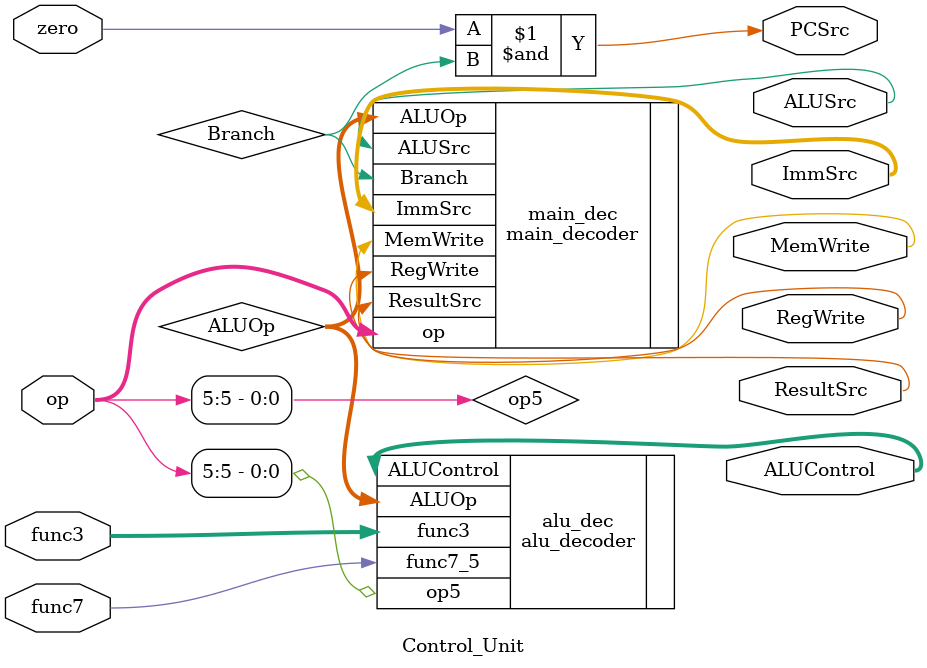
<source format=v>
module Control_Unit(zero, op, func3, func7, PCSrc, RegWrite, ALUSrc, MemWrite, ResultSrc, ImmSrc, ALUControl);

    input zero, func7;
    input [6:0] op;
    input [2:0] func3;

    output PCSrc, RegWrite, ALUSrc, MemWrite, ResultSrc;
    output [1:0] ImmSrc;
    output [2:0] ALUControl;

    wire [1:0] ALUOp;
    wire op5, Branch;

    assign op5 = op[5];

    main_decoder main_dec (
        .op(op), .RegWrite(RegWrite), .ALUSrc(ALUSrc), .MemWrite(MemWrite), 
        .ResultSrc(ResultSrc), .Branch(Branch), .ImmSrc(ImmSrc), .ALUOp(ALUOp)
    );

    alu_decoder alu_dec (
        .ALUOp(ALUOp), .func3(func3), .op5(op5), .func7_5(func7), .ALUControl(ALUControl)
    );

    assign PCSrc = zero & Branch;
    
endmodule
</source>
